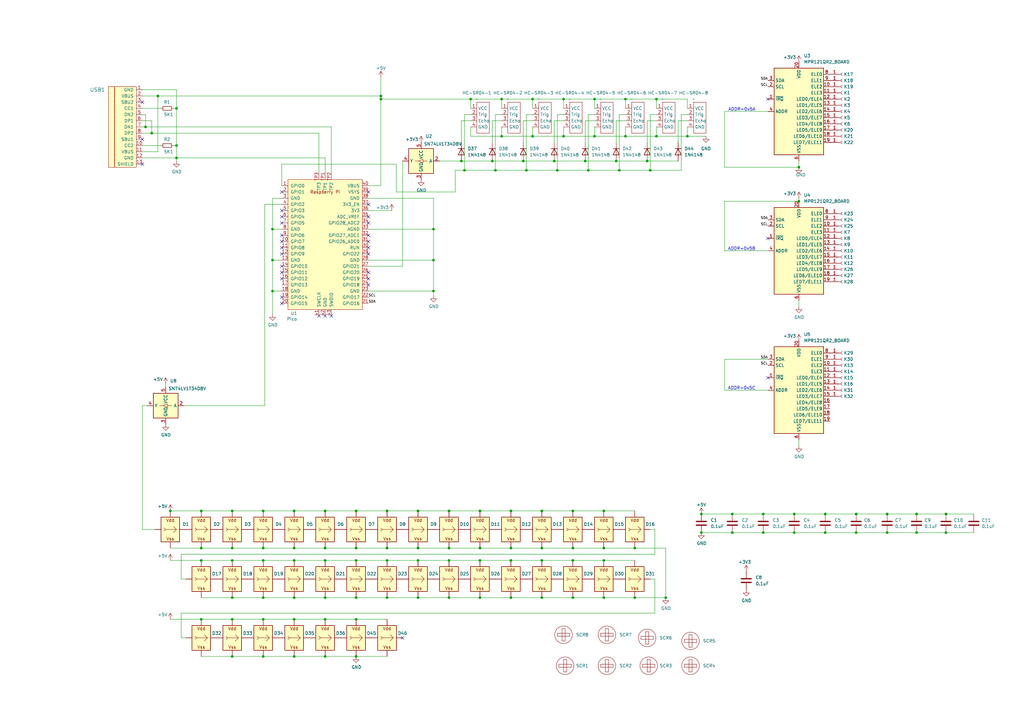
<source format=kicad_sch>
(kicad_sch (version 20231120) (generator "eeschema") (generator_version "8.0")
  (paper "A3")
  (junction (at 269.24 55.88))
  (junction (at 201.93 66.04))
  (junction (at 120.65 224.79))
  (junction (at 234.95 245.11))
  (junction (at 158.75 209.55))
  (junction (at 62.23 54.61))
  (junction (at 338.455 218.44))
  (junction (at 107.95 224.79))
  (junction (at 247.65 245.11))
  (junction (at 133.35 269.24))
  (junction (at 133.35 254))
  (junction (at 260.35 245.11))
  (junction (at 218.44 55.88))
  (junction (at 247.65 209.55))
  (junction (at 281.94 55.88))
  (junction (at 260.35 224.79))
  (junction (at 266.7 69.85))
  (junction (at 222.25 229.87))
  (junction (at 120.65 254))
  (junction (at 196.85 224.79))
  (junction (at 146.05 229.87))
  (junction (at 254 69.85))
  (junction (at 171.45 209.55))
  (junction (at 82.55 254))
  (junction (at 120.65 269.24))
  (junction (at 375.92 210.82))
  (junction (at 133.35 224.79))
  (junction (at 82.55 229.87))
  (junction (at 107.95 245.11))
  (junction (at 120.65 209.55))
  (junction (at 146.05 224.79))
  (junction (at 158.75 229.87))
  (junction (at 300.355 218.44))
  (junction (at 287.655 210.82))
  (junction (at 196.85 209.55))
  (junction (at 234.95 224.79))
  (junction (at 256.54 40.64))
  (junction (at 241.3 69.85))
  (junction (at 171.45 245.11))
  (junction (at 111.76 119.38))
  (junction (at 184.15 229.87))
  (junction (at 156.21 40.64))
  (junction (at 64.77 39.37))
  (junction (at 95.25 224.79))
  (junction (at 287.655 218.44))
  (junction (at 351.155 218.44))
  (junction (at 327.66 68.58))
  (junction (at 351.155 210.82))
  (junction (at 72.39 64.77))
  (junction (at 156.21 39.37))
  (junction (at 240.03 66.04))
  (junction (at 363.855 210.82))
  (junction (at 95.25 245.11))
  (junction (at 171.45 229.87))
  (junction (at 133.35 209.55))
  (junction (at 184.15 245.11))
  (junction (at 243.84 40.64))
  (junction (at 363.855 218.44))
  (junction (at 146.05 209.55))
  (junction (at 325.755 210.82))
  (junction (at 247.65 229.87))
  (junction (at 247.65 224.79))
  (junction (at 325.755 218.44))
  (junction (at 95.25 229.87))
  (junction (at 184.15 224.79))
  (junction (at 209.55 245.11))
  (junction (at 203.2 69.85))
  (junction (at 300.355 210.82))
  (junction (at 375.92 218.44))
  (junction (at 107.95 254))
  (junction (at 171.45 224.79))
  (junction (at 158.75 245.11))
  (junction (at 313.055 210.82))
  (junction (at 107.95 269.24))
  (junction (at 133.35 245.11))
  (junction (at 338.455 210.82))
  (junction (at 107.95 229.87))
  (junction (at 72.39 59.69))
  (junction (at 111.76 106.68))
  (junction (at 120.65 229.87))
  (junction (at 72.39 44.45))
  (junction (at 252.73 66.04))
  (junction (at 205.74 55.88))
  (junction (at 95.25 269.24))
  (junction (at 273.05 245.11))
  (junction (at 120.65 245.11))
  (junction (at 82.55 209.55))
  (junction (at 234.95 209.55))
  (junction (at 222.25 224.79))
  (junction (at 146.05 269.24))
  (junction (at 209.55 209.55))
  (junction (at 95.25 254))
  (junction (at 214.63 66.04))
  (junction (at 133.35 229.87))
  (junction (at 231.14 55.88))
  (junction (at 107.95 209.55))
  (junction (at 146.05 245.11))
  (junction (at 243.84 55.88))
  (junction (at 218.44 40.64))
  (junction (at 111.76 93.98))
  (junction (at 209.55 229.87))
  (junction (at 227.33 66.04))
  (junction (at 256.54 55.88))
  (junction (at 209.55 224.79))
  (junction (at 95.25 209.55))
  (junction (at 222.25 245.11))
  (junction (at 196.85 229.87))
  (junction (at 222.25 209.55))
  (junction (at 231.14 40.64))
  (junction (at 387.985 218.44))
  (junction (at 69.85 209.55))
  (junction (at 177.8 106.68))
  (junction (at 387.985 210.82))
  (junction (at 228.6 69.85))
  (junction (at 177.8 93.98))
  (junction (at 190.5 69.85))
  (junction (at 189.23 66.04))
  (junction (at 205.74 40.64))
  (junction (at 269.24 40.64))
  (junction (at 82.55 224.79))
  (junction (at 158.75 224.79))
  (junction (at 265.43 66.04))
  (junction (at 327.66 82.55))
  (junction (at 146.05 254))
  (junction (at 59.69 52.07))
  (junction (at 193.04 40.64))
  (junction (at 313.055 218.44))
  (junction (at 234.95 229.87))
  (junction (at 177.8 119.38))
  (junction (at 196.85 245.11))
  (junction (at 215.9 69.85))
  (junction (at 184.15 209.55))
  (no_connect (at 133.35 129.54))
  (no_connect (at 115.57 99.06))
  (no_connect (at 314.96 154.94))
  (no_connect (at 58.42 67.31))
  (no_connect (at 58.42 41.91))
  (no_connect (at 58.42 57.15))
  (no_connect (at 151.13 101.6))
  (no_connect (at 151.13 104.14))
  (no_connect (at 151.13 78.74))
  (no_connect (at 151.13 83.82))
  (no_connect (at 151.13 88.9))
  (no_connect (at 115.57 121.92))
  (no_connect (at 130.81 129.54))
  (no_connect (at 151.13 91.44))
  (no_connect (at 115.57 104.14))
  (no_connect (at 115.57 111.76))
  (no_connect (at 115.57 124.46))
  (no_connect (at 151.13 96.52))
  (no_connect (at 115.57 78.74))
  (no_connect (at 151.13 116.84))
  (no_connect (at 115.57 96.52))
  (no_connect (at 115.57 109.22))
  (no_connect (at 151.13 99.06))
  (no_connect (at 314.96 40.64))
  (no_connect (at 151.13 111.76))
  (no_connect (at 115.57 114.3))
  (no_connect (at 115.57 86.36))
  (no_connect (at 314.96 97.79))
  (no_connect (at 151.13 114.3))
  (no_connect (at 165.1 261.62))
  (no_connect (at 135.89 129.54))
  (no_connect (at 115.57 101.6))
  (no_connect (at 115.57 91.44))
  (no_connect (at 115.57 88.9))
  (wire (pts (xy 314.96 160.02) (xy 297.18 160.02)))
  (wire (pts (xy 327.66 125.73) (xy 327.66 123.19)))
  (wire (pts (xy 266.7 69.85) (xy 279.4 69.85)))
  (wire (pts (xy 72.39 36.83) (xy 72.39 44.45)))
  (wire (pts (xy 151.13 86.36) (xy 160.655 86.36)))
  (wire (pts (xy 146.05 254) (xy 158.75 254)))
  (wire (pts (xy 111.76 81.28) (xy 111.76 93.98)))
  (wire (pts (xy 189.23 66.04) (xy 201.93 66.04)))
  (wire (pts (xy 171.45 224.79) (xy 184.15 224.79)))
  (wire (pts (xy 222.25 224.79) (xy 234.95 224.79)))
  (wire (pts (xy 58.42 166.37) (xy 58.42 217.17)))
  (wire (pts (xy 151.13 119.38) (xy 177.8 119.38)))
  (wire (pts (xy 227.33 49.53) (xy 227.33 58.42)))
  (wire (pts (xy 269.24 52.07) (xy 269.24 55.88)))
  (wire (pts (xy 351.155 218.44) (xy 363.855 218.44)))
  (wire (pts (xy 58.42 52.07) (xy 59.69 52.07)))
  (wire (pts (xy 107.95 254) (xy 120.65 254)))
  (wire (pts (xy 247.65 209.55) (xy 260.35 209.55)))
  (wire (pts (xy 215.9 46.99) (xy 215.9 69.85)))
  (wire (pts (xy 64.77 62.23) (xy 64.77 39.37)))
  (wire (pts (xy 146.05 209.55) (xy 158.75 209.55)))
  (wire (pts (xy 177.8 81.28) (xy 177.8 93.98)))
  (wire (pts (xy 268.605 217.17) (xy 268.605 227.33)))
  (wire (pts (xy 69.85 229.87) (xy 82.55 229.87)))
  (wire (pts (xy 327.66 182.88) (xy 327.66 180.34)))
  (wire (pts (xy 268.605 227.33) (xy 74.295 227.33)))
  (wire (pts (xy 156.21 40.64) (xy 193.04 40.64)))
  (wire (pts (xy 95.25 224.79) (xy 107.95 224.79)))
  (wire (pts (xy 74.295 261.62) (xy 76.2 261.62)))
  (wire (pts (xy 196.85 224.79) (xy 209.55 224.79)))
  (wire (pts (xy 162.56 78.74) (xy 186.69 78.74)))
  (wire (pts (xy 266.7 217.17) (xy 268.605 217.17)))
  (wire (pts (xy 214.63 49.53) (xy 214.63 58.42)))
  (wire (pts (xy 240.03 66.04) (xy 252.73 66.04)))
  (wire (pts (xy 375.92 218.44) (xy 387.985 218.44)))
  (wire (pts (xy 278.13 58.42) (xy 278.13 49.53)))
  (wire (pts (xy 58.42 166.37) (xy 60.325 166.37)))
  (wire (pts (xy 234.95 209.55) (xy 247.65 209.55)))
  (wire (pts (xy 297.18 45.72) (xy 314.96 45.72)))
  (wire (pts (xy 297.18 147.32) (xy 314.96 147.32)))
  (wire (pts (xy 327.66 68.58) (xy 327.66 66.04)))
  (wire (pts (xy 205.74 40.64) (xy 205.74 44.45)))
  (wire (pts (xy 265.43 49.53) (xy 269.24 49.53)))
  (wire (pts (xy 95.25 254) (xy 107.95 254)))
  (wire (pts (xy 130.81 54.61) (xy 62.23 54.61)))
  (wire (pts (xy 186.69 69.85) (xy 186.69 78.74)))
  (wire (pts (xy 115.57 67.31) (xy 162.56 67.31)))
  (wire (pts (xy 222.25 229.87) (xy 234.95 229.87)))
  (wire (pts (xy 95.25 245.11) (xy 107.95 245.11)))
  (wire (pts (xy 107.95 269.24) (xy 120.65 269.24)))
  (wire (pts (xy 265.43 58.42) (xy 265.43 49.53)))
  (wire (pts (xy 254 69.85) (xy 266.7 69.85)))
  (wire (pts (xy 273.05 245.11) (xy 273.05 224.79)))
  (wire (pts (xy 201.93 66.04) (xy 214.63 66.04)))
  (wire (pts (xy 171.45 245.11) (xy 184.15 245.11)))
  (wire (pts (xy 203.2 46.99) (xy 203.2 69.85)))
  (wire (pts (xy 265.43 66.04) (xy 278.13 66.04)))
  (wire (pts (xy 196.85 229.87) (xy 209.55 229.87)))
  (wire (pts (xy 278.13 49.53) (xy 281.94 49.53)))
  (wire (pts (xy 252.73 49.53) (xy 256.54 49.53)))
  (wire (pts (xy 234.95 224.79) (xy 247.65 224.79)))
  (wire (pts (xy 269.24 40.64) (xy 269.24 44.45)))
  (wire (pts (xy 156.21 40.64) (xy 156.21 76.2)))
  (wire (pts (xy 107.95 245.11) (xy 120.65 245.11)))
  (wire (pts (xy 231.14 40.64) (xy 231.14 44.45)))
  (wire (pts (xy 107.95 229.87) (xy 120.65 229.87)))
  (wire (pts (xy 111.76 93.98) (xy 111.76 106.68)))
  (wire (pts (xy 177.8 119.38) (xy 177.8 121.285)))
  (wire (pts (xy 254 46.99) (xy 256.54 46.99)))
  (wire (pts (xy 260.35 224.79) (xy 273.05 224.79)))
  (wire (pts (xy 82.55 229.87) (xy 95.25 229.87)))
  (wire (pts (xy 297.18 102.87) (xy 297.18 82.55)))
  (wire (pts (xy 193.04 40.64) (xy 205.74 40.64)))
  (wire (pts (xy 201.93 49.53) (xy 205.74 49.53)))
  (wire (pts (xy 82.55 254) (xy 95.25 254)))
  (wire (pts (xy 133.35 224.79) (xy 146.05 224.79)))
  (wire (pts (xy 300.355 210.82) (xy 313.055 210.82)))
  (wire (pts (xy 228.6 69.85) (xy 241.3 69.85)))
  (wire (pts (xy 120.65 209.55) (xy 133.35 209.55)))
  (wire (pts (xy 266.7 46.99) (xy 266.7 69.85)))
  (wire (pts (xy 231.14 49.53) (xy 227.33 49.53)))
  (wire (pts (xy 133.35 209.55) (xy 146.05 209.55)))
  (wire (pts (xy 256.54 55.88) (xy 269.24 55.88)))
  (wire (pts (xy 254 69.85) (xy 254 46.99)))
  (wire (pts (xy 59.69 46.99) (xy 59.69 52.07)))
  (wire (pts (xy 240.03 58.42) (xy 240.03 49.53)))
  (wire (pts (xy 135.89 52.07) (xy 59.69 52.07)))
  (wire (pts (xy 313.055 218.44) (xy 325.755 218.44)))
  (wire (pts (xy 387.985 210.82) (xy 399.415 210.82)))
  (wire (pts (xy 203.2 69.85) (xy 215.9 69.85)))
  (wire (pts (xy 193.04 46.99) (xy 190.5 46.99)))
  (wire (pts (xy 95.25 269.24) (xy 107.95 269.24)))
  (wire (pts (xy 243.84 55.88) (xy 256.54 55.88)))
  (wire (pts (xy 218.44 40.64) (xy 231.14 40.64)))
  (wire (pts (xy 209.55 209.55) (xy 222.25 209.55)))
  (wire (pts (xy 171.45 229.87) (xy 184.15 229.87)))
  (wire (pts (xy 180.34 66.04) (xy 189.23 66.04)))
  (wire (pts (xy 209.55 229.87) (xy 222.25 229.87)))
  (wire (pts (xy 218.44 49.53) (xy 214.63 49.53)))
  (wire (pts (xy 58.42 64.77) (xy 72.39 64.77)))
  (wire (pts (xy 62.23 49.53) (xy 62.23 54.61)))
  (wire (pts (xy 146.05 245.11) (xy 158.75 245.11)))
  (wire (pts (xy 135.89 71.12) (xy 135.89 52.07)))
  (wire (pts (xy 281.94 40.64) (xy 281.94 44.45)))
  (wire (pts (xy 234.95 229.87) (xy 247.65 229.87)))
  (wire (pts (xy 256.54 52.07) (xy 256.54 55.88)))
  (wire (pts (xy 279.4 46.99) (xy 281.94 46.99)))
  (wire (pts (xy 133.35 71.12) (xy 133.35 64.77)))
  (wire (pts (xy 108.585 83.82) (xy 108.585 166.37)))
  (wire (pts (xy 82.55 209.55) (xy 95.25 209.55)))
  (wire (pts (xy 269.24 40.64) (xy 281.94 40.64)))
  (wire (pts (xy 120.65 224.79) (xy 133.35 224.79)))
  (wire (pts (xy 234.95 245.11) (xy 247.65 245.11)))
  (wire (pts (xy 222.25 245.11) (xy 234.95 245.11)))
  (wire (pts (xy 268.605 251.46) (xy 74.295 251.46)))
  (wire (pts (xy 281.94 52.07) (xy 281.94 55.88)))
  (wire (pts (xy 201.93 58.42) (xy 201.93 49.53)))
  (wire (pts (xy 205.74 46.99) (xy 203.2 46.99)))
  (wire (pts (xy 58.42 217.17) (xy 63.5 217.17)))
  (wire (pts (xy 363.855 218.44) (xy 375.92 218.44)))
  (wire (pts (xy 165.1 66.04) (xy 165.1 109.22)))
  (wire (pts (xy 287.655 218.44) (xy 300.355 218.44)))
  (wire (pts (xy 171.45 209.55) (xy 184.15 209.55)))
  (wire (pts (xy 252.73 58.42) (xy 252.73 49.53)))
  (wire (pts (xy 120.65 254) (xy 133.35 254)))
  (wire (pts (xy 74.295 237.49) (xy 76.2 237.49)))
  (wire (pts (xy 58.42 62.23) (xy 64.77 62.23)))
  (wire (pts (xy 231.14 46.99) (xy 228.6 46.99)))
  (wire (pts (xy 193.04 52.07) (xy 193.04 55.88)))
  (wire (pts (xy 64.77 39.37) (xy 156.21 39.37)))
  (wire (pts (xy 375.92 210.82) (xy 387.985 210.82)))
  (wire (pts (xy 269.24 55.88) (xy 281.94 55.88)))
  (wire (pts (xy 387.985 218.44) (xy 399.415 218.44)))
  (wire (pts (xy 58.42 54.61) (xy 62.23 54.61)))
  (wire (pts (xy 193.04 44.45) (xy 193.04 40.64)))
  (wire (pts (xy 95.25 209.55) (xy 107.95 209.55)))
  (wire (pts (xy 74.295 227.33) (xy 74.295 237.49)))
  (wire (pts (xy 146.05 269.24) (xy 158.75 269.24)))
  (wire (pts (xy 74.295 251.46) (xy 74.295 261.62)))
  (wire (pts (xy 243.84 52.07) (xy 243.84 55.88)))
  (wire (pts (xy 214.63 66.04) (xy 227.33 66.04)))
  (wire (pts (xy 151.13 109.22) (xy 165.1 109.22)))
  (wire (pts (xy 95.25 229.87) (xy 107.95 229.87)))
  (wire (pts (xy 58.42 59.69) (xy 66.04 59.69)))
  (wire (pts (xy 120.65 245.11) (xy 133.35 245.11)))
  (wire (pts (xy 256.54 40.64) (xy 256.54 44.45)))
  (wire (pts (xy 252.73 66.04) (xy 265.43 66.04)))
  (wire (pts (xy 107.95 224.79) (xy 120.65 224.79)))
  (wire (pts (xy 146.05 229.87) (xy 158.75 229.87)))
  (wire (pts (xy 130.81 71.12) (xy 130.81 54.61)))
  (wire (pts (xy 111.76 106.68) (xy 111.76 119.38)))
  (wire (pts (xy 300.355 218.44) (xy 313.055 218.44)))
  (wire (pts (xy 58.42 44.45) (xy 66.04 44.45)))
  (wire (pts (xy 218.44 40.64) (xy 218.44 44.45)))
  (wire (pts (xy 313.055 210.82) (xy 325.755 210.82)))
  (wire (pts (xy 107.95 209.55) (xy 120.65 209.55)))
  (wire (pts (xy 115.57 76.2) (xy 115.57 67.31)))
  (wire (pts (xy 205.74 55.88) (xy 218.44 55.88)))
  (wire (pts (xy 327.66 81.28) (xy 327.66 82.55)))
  (wire (pts (xy 247.65 224.79) (xy 260.35 224.79)))
  (wire (pts (xy 72.39 59.69) (xy 71.12 59.69)))
  (wire (pts (xy 218.44 55.88) (xy 231.14 55.88)))
  (wire (pts (xy 133.35 64.77) (xy 72.39 64.77)))
  (wire (pts (xy 82.55 269.24) (xy 95.25 269.24)))
  (wire (pts (xy 240.03 49.53) (xy 243.84 49.53)))
  (wire (pts (xy 120.65 269.24) (xy 133.35 269.24)))
  (wire (pts (xy 266.7 237.49) (xy 268.605 237.49)))
  (wire (pts (xy 196.85 245.11) (xy 209.55 245.11)))
  (wire (pts (xy 58.42 36.83) (xy 72.39 36.83)))
  (wire (pts (xy 82.55 245.11) (xy 95.25 245.11)))
  (wire (pts (xy 58.42 39.37) (xy 64.77 39.37)))
  (wire (pts (xy 268.605 237.49) (xy 268.605 251.46)))
  (wire (pts (xy 184.15 224.79) (xy 196.85 224.79)))
  (wire (pts (xy 184.15 229.87) (xy 196.85 229.87)))
  (wire (pts (xy 338.455 218.44) (xy 351.155 218.44)))
  (wire (pts (xy 133.35 254) (xy 146.05 254)))
  (wire (pts (xy 186.69 69.85) (xy 190.5 69.85)))
  (wire (pts (xy 158.75 209.55) (xy 171.45 209.55)))
  (wire (pts (xy 205.74 55.88) (xy 205.74 52.07)))
  (wire (pts (xy 115.57 81.28) (xy 111.76 81.28)))
  (wire (pts (xy 297.18 160.02) (xy 297.18 147.32)))
  (wire (pts (xy 111.76 119.38) (xy 115.57 119.38)))
  (wire (pts (xy 279.4 69.85) (xy 279.4 46.99)))
  (wire (pts (xy 177.8 106.68) (xy 177.8 119.38)))
  (wire (pts (xy 297.18 82.55) (xy 327.66 82.55)))
  (wire (pts (xy 269.24 46.99) (xy 266.7 46.99)))
  (wire (pts (xy 215.9 69.85) (xy 228.6 69.85)))
  (wire (pts (xy 69.85 254) (xy 82.55 254)))
  (wire (pts (xy 146.05 224.79) (xy 158.75 224.79)))
  (wire (pts (xy 158.75 224.79) (xy 171.45 224.79)))
  (wire (pts (xy 297.18 45.72) (xy 297.18 68.58)))
  (wire (pts (xy 189.23 49.53) (xy 193.04 49.53)))
  (wire (pts (xy 133.35 269.24) (xy 146.05 269.24)))
  (wire (pts (xy 151.13 81.28) (xy 177.8 81.28)))
  (wire (pts (xy 120.65 229.87) (xy 133.35 229.87)))
  (wire (pts (xy 338.455 210.82) (xy 351.155 210.82)))
  (wire (pts (xy 158.75 229.87) (xy 171.45 229.87)))
  (wire (pts (xy 190.5 69.85) (xy 203.2 69.85)))
  (wire (pts (xy 151.13 106.68) (xy 177.8 106.68)))
  (wire (pts (xy 133.35 229.87) (xy 146.05 229.87)))
  (wire (pts (xy 67.945 157.48) (xy 67.945 158.75)))
  (wire (pts (xy 72.39 44.45) (xy 72.39 59.69)))
  (wire (pts (xy 133.35 245.11) (xy 146.05 245.11)))
  (wire (pts (xy 82.55 224.79) (xy 95.25 224.79)))
  (wire (pts (xy 177.8 93.98) (xy 177.8 106.68)))
  (wire (pts (xy 243.84 40.64) (xy 243.84 44.45)))
  (wire (pts (xy 196.85 209.55) (xy 209.55 209.55)))
  (wire (pts (xy 162.56 67.31) (xy 162.56 78.74)))
  (wire (pts (xy 72.39 64.77) (xy 72.39 66.04)))
  (wire (pts (xy 325.755 218.44) (xy 338.455 218.44)))
  (wire (pts (xy 247.65 229.87) (xy 260.35 229.87)))
  (wire (pts (xy 231.14 40.64) (xy 243.84 40.64)))
  (wire (pts (xy 314.96 102.87) (xy 297.18 102.87)))
  (wire (pts (xy 297.18 68.58) (xy 327.66 68.58)))
  (wire (pts (xy 184.15 245.11) (xy 196.85 245.11)))
  (wire (pts (xy 151.13 93.98) (xy 177.8 93.98)))
  (wire (pts (xy 209.55 224.79) (xy 222.25 224.79)))
  (wire (pts (xy 247.65 245.11) (xy 260.35 245.11)))
  (wire (pts (xy 260.35 245.11) (xy 273.05 245.11)))
  (wire (pts (xy 184.15 209.55) (xy 196.85 209.55)))
  (wire (pts (xy 156.21 31.75) (xy 156.21 39.37)))
  (wire (pts (xy 243.84 40.64) (xy 256.54 40.64)))
  (wire (pts (xy 189.23 58.42) (xy 189.23 49.53)))
  (wire (pts (xy 158.75 245.11) (xy 171.45 245.11)))
  (wire (pts (xy 228.6 46.99) (xy 228.6 69.85)))
  (wire (pts (xy 58.42 49.53) (xy 62.23 49.53)))
  (wire (pts (xy 72.39 59.69) (xy 72.39 64.77)))
  (wire (pts (xy 209.55 245.11) (xy 222.25 245.11)))
  (wire (pts (xy 256.54 40.64) (xy 269.24 40.64)))
  (wire (pts (xy 363.855 210.82) (xy 375.92 210.82)))
  (wire (pts (xy 222.25 209.55) (xy 234.95 209.55)))
  (wire (pts (xy 287.655 210.82) (xy 300.355 210.82)))
  (wire (pts (xy 58.42 46.99) (xy 59.69 46.99)))
  (wire (pts (xy 241.3 69.85) (xy 254 69.85)))
  (wire (pts (xy 111.76 93.98) (xy 115.57 93.98)))
  (wire (pts (xy 72.39 44.45) (xy 71.12 44.45)))
  (wire (pts (xy 69.85 224.79) (xy 82.55 224.79)))
  (wire (pts (xy 227.33 66.04) (xy 240.03 66.04)))
  (wire (pts (xy 151.13 76.2) (xy 156.21 76.2)))
  (wire (pts (xy 241.3 69.85) (xy 241.3 46.99)))
  (wire (pts (xy 75.565 166.37) (xy 108.585 166.37)))
  (wire (pts (xy 218.44 52.07) (xy 218.44 55.88)))
  (wire (pts (xy 69.85 209.55) (xy 82.55 209.55)))
  (wire (pts (xy 241.3 46.99) (xy 243.84 46.99)))
  (wire (pts (xy 190.5 46.99) (xy 190.5 69.85)))
  (wire (pts (xy 156.21 39.37) (xy 156.21 40.64)))
  (wire (pts (xy 205.74 40.64) (xy 218.44 40.64)))
  (wire (pts (xy 111.76 119.38) (xy 111.76 128.905)))
  (wire (pts (xy 193.04 55.88) (xy 205.74 55.88)))
  (wire (pts (xy 111.76 106.68) (xy 115.57 106.68)))
  (wire (pts (xy 231.14 55.88) (xy 243.84 55.88)))
  (wire (pts (xy 325.755 210.82) (xy 338.455 210.82)))
  (wire (pts (xy 218.44 46.99) (xy 215.9 46.99)))
  (wire (pts (xy 115.57 83.82) (xy 108.585 83.82)))
  (wire (pts (xy 281.94 55.88) (xy 289.56 55.88)))
  (wire (pts (xy 351.155 210.82) (xy 363.855 210.82)))
  (wire (pts (xy 231.14 52.07) (xy 231.14 55.88)))
  (text "ADDR=0x5C" (at 309.88 160.02 0) (effects (font (size 1.27 1.27)) (justify right bottom)))
  (text "ADDR=0x5A" (at 309.88 45.72 0) (effects (font (size 1.27 1.27)) (justify right bottom)))
  (text "ADDR=0x5B" (at 309.88 102.87 0) (effects (font (size 1.27 1.27)) (justify right bottom)))
  (label "SCL" (at 314.96 149.86 180) (effects (font (size 1 1))))
  (label "SCL" (at 314.96 35.56 180) (effects (font (size 1 1))))
  (label "SDA" (at 314.96 147.32 180) (effects (font (size 1 1))))
  (label "SDA" (at 314.96 90.17 180) (effects (font (size 1 1))))
  (label "SCL" (at 151.13 121.92 0) (effects (font (size 1 1))))
  (label "SDA" (at 151.13 124.46 0) (effects (font (size 1 1))))
  (label "SCL" (at 314.96 92.71 180) (effects (font (size 1 1))))
  (label "SDA" (at 314.96 33.02 180) (effects (font (size 1 1))))
  (symbol (lib_id "MCU_RaspberryPi_and_Boards:Pico") (at 133.35 100.33 0) (unit 1)
    (property "Reference" "U1" (at 121.92 128.4986 0) (effects (justify right)))
    (property "Value" "Pico" (at 121.92 130.81 0) (effects (justify right)))
    (property "Footprint" "chu_main:RPi_Pico_SMD_Pins_Strip" (effects (hide yes)))
  )
  (symbol (lib_id "Type-C:HRO-TYPE-C-31-M-12") (at 55.88 50.8 0) (unit 1)
    (property "Reference" "USB1" (at 36.83 36.83 0) (effects (font (size 1.524 1.524)) (justify left)))
    (property "Value" "U262-161N-4BVC11" (effects (hide yes)))
    (property "Footprint" "Type-C:HRO-TYPE-C-31-M-12-Assembly" (effects (hide yes)))
    (property "LCSC" "C319148" (effects (hide yes)))
  )
  (symbol (lib_id "power:GND") (at 72.39 66.04 0) (unit 1)
    (property "Reference" "#PWR0112" (effects (hide yes)))
    (property "Value" "GND" (at 72.517 70.4342 0))
  )
  (symbol (lib_id "power:+5V") (at 156.21 31.75 0) (unit 1)
    (property "Reference" "#PWR0114" (effects (hide yes)))
    (property "Value" "+5V" (at 156.21 27.94 0))
  )
  (symbol (lib_id "Device:R_Small") (at 68.58 59.69 90) (unit 1)
    (property "Reference" "R2" (at 69.85 57.15 90) (effects (justify left)))
    (property "Value" "5K1" (at 71.12 62.23 90) (effects (justify left)))
    (property "Footprint" "Resistor_SMD:R_0603_1608Metric" (effects (hide yes)))
    (property "LCSC" "C23186" (effects (hide yes)))
  )
  (symbol (lib_id "Device:R_Small") (at 68.58 44.45 90) (unit 1)
    (property "Reference" "R1" (at 69.85 41.91 90) (effects (justify left)))
    (property "Value" "5K1" (at 71.12 46.99 90) (effects (justify left)))
    (property "Footprint" "Resistor_SMD:R_0603_1608Metric" (effects (hide yes)))
    (property "LCSC" "C23186" (effects (hide yes)))
  )
  (symbol (lib_id "Connector:Conn_01x01_Female") (at 345.44 105.41 0) (unit 1)
    (property "Reference" "K11" (at 346.075 105.4099 0) (effects (justify left)))
    (property "Value" "Conn_01x01_Female" (effects (hide yes)))
    (property "Footprint" "chu_main:Chu_TouchKey" (effects (hide yes)))
  )
  (symbol (lib_id "chu_main:WS2812B_Unified") (at 82.55 261.62 0) (unit 1)
    (property "Reference" "D32" (at 88.9 259.715 0))
    (property "Value" "WS2812B_Unified" (effects (hide yes)))
    (property "Footprint" "chu_main:WS2812D-F5" (effects (hide yes)))
  )
  (symbol (lib_id "Connector:Conn_01x01_Female") (at 345.44 43.18 0) (unit 1)
    (property "Reference" "K3" (at 346.075 43.1799 0) (effects (justify left)))
    (property "Value" "Conn_01x01_Female" (effects (hide yes)))
    (property "Footprint" "chu_main:Chu_TouchKey" (effects (hide yes)))
  )
  (symbol (lib_id "chu_main:HC-SR04") (at 284.48 40.64 0) (unit 1)
    (property "Reference" "HC-SR04-8" (at 284.48 38.1 0))
    (property "Value" "~" (at 284.48 40.64 0))
    (property "Footprint" "HC-SR04:HC-SR04" (effects (hide yes)))
  )
  (symbol (lib_id "power:GND") (at 327.66 68.58 0) (unit 1)
    (property "Reference" "#PWR0122" (effects (hide yes)))
    (property "Value" "GND" (at 328.422 71.7042 0))
  )
  (symbol (lib_name "HC-SR04_1") (lib_id "chu_main:HC-SR04") (at 195.58 40.64 0) (unit 1)
    (property "Reference" "HC-SR04-1" (at 195.58 38.1 0))
    (property "Value" "~" (at 195.58 40.64 0))
    (property "Footprint" "HC-SR04:HC-SR04" (effects (hide yes)))
  )
  (symbol (lib_id "chu_main:HC-SR04") (at 271.78 40.64 0) (unit 1)
    (property "Reference" "HC-SR04-7" (at 271.78 38.1 0))
    (property "Value" "~" (at 271.78 40.64 0))
    (property "Footprint" "HC-SR04:HC-SR04" (effects (hide yes)))
  )
  (symbol (lib_id "Connector:Conn_01x01_Female") (at 345.44 162.56 0) (unit 1)
    (property "Reference" "K32" (at 346.075 162.56 0) (effects (justify left)))
    (property "Value" "Conn_01x01_Female" (effects (hide yes)))
    (property "Footprint" "chu_main:Chu_TouchKey" (effects (hide yes)))
  )
  (symbol (lib_id "chu_main:WS2812B_Unified") (at 82.55 237.49 0) (unit 1)
    (property "Reference" "D17" (at 88.9 235.331 0))
    (property "Value" "WS2812B_Unified" (effects (hide yes)))
    (property "Footprint" "chu_main:WS2812D-F5" (effects (hide yes)))
  )
  (symbol (lib_id "chu_main:WS2812B_Unified") (at 120.65 237.49 0) (unit 1)
    (property "Reference" "D20" (at 127 235.331 0))
    (property "Value" "WS2812B_Unified" (effects (hide yes)))
    (property "Footprint" "chu_main:WS2812D-F5" (effects (hide yes)))
  )
  (symbol (lib_id "Device:C") (at 325.755 214.63 0) (unit 1)
    (property "Reference" "C4" (at 329.565 213.3599 0) (effects (justify left)))
    (property "Value" "0.1uF" (at 329.565 215.8999 0) (effects (justify left)))
    (property "Footprint" "Capacitor_SMD:C_0603_1608Metric_Pad1.08x0.95mm_HandSolder" (effects (hide yes)))
  )
  (symbol (lib_id "chu_main:WS2812B_Unified") (at 146.05 217.17 0) (unit 1)
    (property "Reference" "D7" (at 152.4 215.011 0))
    (property "Value" "WS2812B_Unified" (effects (hide yes)))
    (property "Footprint" "chu_main:WS2812D-F5" (effects (hide yes)))
  )
  (symbol (lib_id "Connector:Conn_01x01_Female") (at 345.44 152.4 0) (unit 1)
    (property "Reference" "K14" (at 346.075 152.4 0) (effects (justify left)))
    (property "Value" "Conn_01x01_Female" (effects (hide yes)))
    (property "Footprint" "chu_main:Chu_TouchKey" (effects (hide yes)))
  )
  (symbol (lib_id "Device:C") (at 313.055 214.63 0) (unit 1)
    (property "Reference" "C3" (at 316.865 213.3599 0) (effects (justify left)))
    (property "Value" "0.1uF" (at 316.865 215.8999 0) (effects (justify left)))
    (property "Footprint" "Capacitor_SMD:C_0603_1608Metric_Pad1.08x0.95mm_HandSolder" (effects (hide yes)))
  )
  (symbol (lib_id "Connector:Conn_01x01_Female") (at 345.44 144.78 0) (unit 1)
    (property "Reference" "K29" (at 346.075 144.78 0) (effects (justify left)))
    (property "Value" "Conn_01x01_Female" (effects (hide yes)))
    (property "Footprint" "chu_main:Chu_TouchKey" (effects (hide yes)))
  )
  (symbol (lib_id "chu_main:WS2812B_Unified") (at 133.35 237.49 0) (unit 1)
    (property "Reference" "D21" (at 139.7 235.331 0))
    (property "Value" "WS2812B_Unified" (effects (hide yes)))
    (property "Footprint" "chu_main:WS2812D-F5" (effects (hide yes)))
  )
  (symbol (lib_id "Diode:1N4148") (at 189.23 62.23 270) (unit 1)
    (property "Reference" "D37" (at 191.77 60.9599 90) (effects (justify left)))
    (property "Value" "1N4148" (at 191.77 63.4999 90) (effects (justify left)))
    (property "Footprint" "Diode_THT:D_DO-35_SOD27_P7.62mm_Horizontal" (effects (hide yes)))
    (property "Datasheet" "https://assets.nexperia.com/documents/data-sheet/1N4148_1N4448.pdf" (effects (hide yes)))
    (property "Description" "100V 0.15A standard switching diode, DO-35" (effects (hide yes)))
    (property "Sim.Device" "D" (effects (hide yes)))
    (property "Sim.Pins" "1=K 2=A" (effects (hide yes)))
  )
  (symbol (lib_id "chu_main:WS2812B_Unified") (at 146.05 261.62 0) (unit 1)
    (property "Reference" "D45" (at 152.4 259.715 0))
    (property "Value" "WS2812B_Unified" (effects (hide yes)))
    (property "Footprint" "chu_main:WS2812D-F5" (effects (hide yes)))
  )
  (symbol (lib_id "chu_main:WS2812B_Unified") (at 120.65 261.62 0) (unit 1)
    (property "Reference" "D35" (at 127 259.715 0))
    (property "Value" "WS2812B_Unified" (effects (hide yes)))
    (property "Footprint" "chu_main:WS2812D-F5" (effects (hide yes)))
  )
  (symbol (lib_id "chu_main:WS2812B_Unified") (at 171.45 217.17 0) (unit 1)
    (property "Reference" "D9" (at 177.8 215.011 0))
    (property "Value" "WS2812B_Unified" (effects (hide yes)))
    (property "Footprint" "chu_main:WS2812D-F5" (effects (hide yes)))
  )
  (symbol (lib_id "chu_main:WS2812B_Unified") (at 69.85 217.17 0) (unit 1)
    (property "Reference" "D1" (at 76.2 215.011 0))
    (property "Value" "WS2812B_Unified" (effects (hide yes)))
    (property "Footprint" "chu_main:WS2812D-F5" (effects (hide yes)))
  )
  (symbol (lib_id "Connector:Conn_01x01_Female") (at 345.44 147.32 0) (unit 1)
    (property "Reference" "K30" (at 346.075 147.32 0) (effects (justify left)))
    (property "Value" "Conn_01x01_Female" (effects (hide yes)))
    (property "Footprint" "chu_main:Chu_TouchKey" (effects (hide yes)))
  )
  (symbol (lib_id "Connector:Conn_01x01_Female") (at 345.44 38.1 0) (unit 1)
    (property "Reference" "K1" (at 346.075 38.0999 0) (effects (justify left)))
    (property "Value" "Conn_01x01_Female" (effects (hide yes)))
    (property "Footprint" "chu_main:Chu_TouchKey" (effects (hide yes)))
  )
  (symbol (lib_id "power:+3V3") (at 306.07 234.315 0) (unit 1)
    (property "Reference" "#PWR0105" (effects (hide yes)))
    (property "Value" "+3V3" (at 305.435 230.505 0))
  )
  (symbol (lib_id "power:GND") (at 306.07 241.935 0) (unit 1)
    (property "Reference" "#PWR0116" (effects (hide yes)))
    (property "Value" "GND" (at 306.197 246.3292 0))
  )
  (symbol (lib_id "power:GND") (at 172.72 73.66 0) (unit 1)
    (property "Reference" "#PWR03" (effects (hide yes)))
    (property "Value" "GND" (at 172.847 78.0542 0))
  )
  (symbol (lib_id "Connector:Conn_01x01_Female") (at 345.44 95.25 0) (unit 1)
    (property "Reference" "K7" (at 346.075 95.2499 0) (effects (justify left)))
    (property "Value" "Conn_01x01_Female" (effects (hide yes)))
    (property "Footprint" "chu_main:Chu_TouchKey" (effects (hide yes)))
  )
  (symbol (lib_id "chu_main:WS2812B_Unified") (at 184.15 237.49 0) (unit 1)
    (property "Reference" "D25" (at 190.5 235.331 0))
    (property "Value" "WS2812B_Unified" (effects (hide yes)))
    (property "Footprint" "chu_main:WS2812D-F5" (effects (hide yes)))
  )
  (symbol (lib_id "Diode:1N4148") (at 252.73 62.23 270) (unit 1)
    (property "Reference" "D42" (at 255.27 60.9599 90) (effects (justify left)))
    (property "Value" "1N4148" (at 255.27 63.4999 90) (effects (justify left)))
    (property "Footprint" "Diode_THT:D_DO-35_SOD27_P7.62mm_Horizontal" (effects (hide yes)))
    (property "Datasheet" "https://assets.nexperia.com/documents/data-sheet/1N4148_1N4448.pdf" (effects (hide yes)))
    (property "Description" "100V 0.15A standard switching diode, DO-35" (effects (hide yes)))
    (property "Sim.Device" "D" (effects (hide yes)))
    (property "Sim.Pins" "1=K 2=A" (effects (hide yes)))
  )
  (symbol (lib_id "chu_main:WS2812B_Unified") (at 222.25 237.49 0) (unit 1)
    (property "Reference" "D28" (at 228.6 235.331 0))
    (property "Value" "WS2812B_Unified" (effects (hide yes)))
    (property "Footprint" "chu_main:WS2812D-F5" (effects (hide yes)))
  )
  (symbol (lib_id "power:+5V") (at 69.85 254 0) (unit 1)
    (property "Reference" "#PWR0115" (effects (hide yes)))
    (property "Value" "+5V" (at 66.675 252.095 0))
  )
  (symbol (lib_id "power:GND") (at 111.76 128.905 0) (unit 1)
    (property "Reference" "#PWR0125" (effects (hide yes)))
    (property "Value" "GND" (at 111.887 133.2992 0))
  )
  (symbol (lib_id "power:GND") (at 177.8 121.285 0) (unit 1)
    (property "Reference" "#PWR0103" (effects (hide yes)))
    (property "Value" "GND" (at 177.927 125.6792 0))
  )
  (symbol (lib_id "power:+5V") (at 67.945 157.48 0) (unit 1)
    (property "Reference" "#PWR0117" (effects (hide yes)))
    (property "Value" "+5V" (at 64.77 155.575 0))
  )
  (symbol (lib_id "Connector:Conn_01x01_Female") (at 345.44 160.02 0) (unit 1)
    (property "Reference" "K31" (at 346.075 160.02 0) (effects (justify left)))
    (property "Value" "Conn_01x01_Female" (effects (hide yes)))
    (property "Footprint" "chu_main:Chu_TouchKey" (effects (hide yes)))
  )
  (symbol (lib_id "chu_main:WS2812B_Unified") (at 107.95 237.49 0) (unit 1)
    (property "Reference" "D19" (at 114.3 235.331 0))
    (property "Value" "WS2812B_Unified" (effects (hide yes)))
    (property "Footprint" "chu_main:WS2812D-F5" (effects (hide yes)))
  )
  (symbol (lib_id "chu_main:WS2812B_Unified") (at 184.15 217.17 0) (unit 1)
    (property "Reference" "D10" (at 190.5 215.011 0))
    (property "Value" "WS2812B_Unified" (effects (hide yes)))
    (property "Footprint" "chu_main:WS2812D-F5" (effects (hide yes)))
  )
  (symbol (lib_id "chu_main:WS2812B_Unified") (at 222.25 217.17 0) (unit 1)
    (property "Reference" "D13" (at 228.6 215.011 0))
    (property "Value" "WS2812B_Unified" (effects (hide yes)))
    (property "Footprint" "chu_main:WS2812D-F5" (effects (hide yes)))
  )
  (symbol (lib_id "chu_main:HC-SR04") (at 259.08 40.64 0) (unit 1)
    (property "Reference" "HC-SR04-6" (at 259.08 38.1 0))
    (property "Value" "~" (at 259.08 40.64 0))
    (property "Footprint" "HC-SR04:HC-SR04" (effects (hide yes)))
  )
  (symbol (lib_id "Device:C") (at 306.07 238.125 0) (unit 1)
    (property "Reference" "C8" (at 309.88 236.8549 0) (effects (justify left)))
    (property "Value" "0.1uF" (at 309.88 239.3949 0) (effects (justify left)))
    (property "Footprint" "Capacitor_SMD:C_0603_1608Metric_Pad1.08x0.95mm_HandSolder" (effects (hide yes)))
  )
  (symbol (lib_id "Diode:1N4148") (at 265.43 62.23 270) (unit 1)
    (property "Reference" "D43" (at 267.97 60.9599 90) (effects (justify left)))
    (property "Value" "1N4148" (at 267.97 63.4999 90) (effects (justify left)))
    (property "Footprint" "Diode_THT:D_DO-35_SOD27_P7.62mm_Horizontal" (effects (hide yes)))
    (property "Datasheet" "https://assets.nexperia.com/documents/data-sheet/1N4148_1N4448.pdf" (effects (hide yes)))
    (property "Description" "100V 0.15A standard switching diode, DO-35" (effects (hide yes)))
    (property "Sim.Device" "D" (effects (hide yes)))
    (property "Sim.Pins" "1=K 2=A" (effects (hide yes)))
  )
  (symbol (lib_id "Connector:Conn_01x01_Female") (at 345.44 113.03 0) (unit 1)
    (property "Reference" "K27" (at 346.075 113.03 0) (effects (justify left)))
    (property "Value" "Conn_01x01_Female" (effects (hide yes)))
    (property "Footprint" "chu_main:Chu_TouchKey" (effects (hide yes)))
  )
  (symbol (lib_id "power:GND") (at 327.66 182.88 0) (unit 1)
    (property "Reference" "#PWR0119" (effects (hide yes)))
    (property "Value" "GND" (at 327.787 187.2742 0))
  )
  (symbol (lib_id "Device:C") (at 363.855 214.63 0) (unit 1)
    (property "Reference" "C7" (at 367.03 213.3599 0) (effects (justify left)))
    (property "Value" "0.1uF" (at 367.03 215.8999 0) (effects (justify left)))
    (property "Footprint" "Capacitor_SMD:C_0603_1608Metric_Pad1.08x0.95mm_HandSolder" (effects (hide yes)))
  )
  (symbol (lib_id "iidx_teeny:ScrewHole") (at 248.92 273.05 0) (unit 1)
    (property "Reference" "SCR2" (at 254 273.0499 0) (effects (justify left)))
    (property "Value" "ScrewHole" (effects (hide yes)))
    (property "Footprint" "chu_main:MountingHole_3.2mm_M3" (effects (hide yes)))
  )
  (symbol (lib_id "iidx_teeny:ScrewHole") (at 231.14 260.35 0) (unit 1)
    (property "Reference" "SCR8" (at 236.22 260.3499 0) (effects (justify left)))
    (property "Value" "ScrewHole" (effects (hide yes)))
    (property "Footprint" "chu_main:MountingHole_3.2mm_M3" (effects (hide yes)))
  )
  (symbol (lib_id "Connector:Conn_01x01_Female") (at 345.44 35.56 0) (unit 1)
    (property "Reference" "K19" (at 346.075 35.56 0) (effects (justify left)))
    (property "Value" "Conn_01x01_Female" (effects (hide yes)))
    (property "Footprint" "chu_main:Chu_TouchKey" (effects (hide yes)))
  )
  (symbol (lib_id "Connector:Conn_01x01_Female") (at 345.44 50.8 0) (unit 1)
    (property "Reference" "K6" (at 346.075 50.8 0) (effects (justify left)))
    (property "Value" "Conn_01x01_Female" (effects (hide yes)))
    (property "Footprint" "chu_main:Chu_TouchKey" (effects (hide yes)))
  )
  (symbol (lib_id "Diode:1N4148") (at 240.03 62.23 270) (unit 1)
    (property "Reference" "D41" (at 242.57 60.9599 90) (effects (justify left)))
    (property "Value" "1N4148" (at 242.57 63.4999 90) (effects (justify left)))
    (property "Footprint" "Diode_THT:D_DO-35_SOD27_P7.62mm_Horizontal" (effects (hide yes)))
    (property "Datasheet" "https://assets.nexperia.com/documents/data-sheet/1N4148_1N4448.pdf" (effects (hide yes)))
    (property "Description" "100V 0.15A standard switching diode, DO-35" (effects (hide yes)))
    (property "Sim.Device" "D" (effects (hide yes)))
    (property "Sim.Pins" "1=K 2=A" (effects (hide yes)))
  )
  (symbol (lib_id "chu_main:WS2812B_Unified") (at 196.85 237.49 0) (unit 1)
    (property "Reference" "D26" (at 203.2 235.331 0))
    (property "Value" "WS2812B_Unified" (effects (hide yes)))
    (property "Footprint" "chu_main:WS2812D-F5" (effects (hide yes)))
  )
  (symbol (lib_id "power:GND") (at 67.945 173.99 0) (unit 1)
    (property "Reference" "#PWR0113" (effects (hide yes)))
    (property "Value" "GND" (at 68.072 178.3842 0))
  )
  (symbol (lib_id "Connector:Conn_01x01_Female") (at 345.44 154.94 0) (unit 1)
    (property "Reference" "K15" (at 346.075 154.94 0) (effects (justify left)))
    (property "Value" "Conn_01x01_Female" (effects (hide yes)))
    (property "Footprint" "chu_main:Chu_TouchKey" (effects (hide yes)))
  )
  (symbol (lib_id "chu_main:WS2812B_Unified") (at 196.85 217.17 0) (unit 1)
    (property "Reference" "D11" (at 203.2 215.011 0))
    (property "Value" "WS2812B_Unified" (effects (hide yes)))
    (property "Footprint" "chu_main:WS2812D-F5" (effects (hide yes)))
  )
  (symbol (lib_id "chu_main:WS2812B_Unified") (at 171.45 237.49 0) (unit 1)
    (property "Reference" "D24" (at 177.8 235.331 0))
    (property "Value" "WS2812B_Unified" (effects (hide yes)))
    (property "Footprint" "chu_main:WS2812D-F5" (effects (hide yes)))
  )
  (symbol (lib_id "power:GND") (at 327.66 125.73 0) (unit 1)
    (property "Reference" "#PWR0120" (effects (hide yes)))
    (property "Value" "GND" (at 327.787 130.1242 0))
  )
  (symbol (lib_id "chu_main:WS2812B_Unified") (at 209.55 217.17 0) (unit 1)
    (property "Reference" "D12" (at 215.9 215.011 0))
    (property "Value" "WS2812B_Unified" (effects (hide yes)))
    (property "Footprint" "chu_main:WS2812D-F5" (effects (hide yes)))
  )
  (symbol (lib_id "Device:C") (at 338.455 214.63 0) (unit 1)
    (property "Reference" "C5" (at 342.265 213.3599 0) (effects (justify left)))
    (property "Value" "0.1uF" (at 342.265 215.8999 0) (effects (justify left)))
    (property "Footprint" "Capacitor_SMD:C_0603_1608Metric_Pad1.08x0.95mm_HandSolder" (effects (hide yes)))
  )
  (symbol (lib_id "chu_main:WS2812B_Unified") (at 107.95 261.62 0) (unit 1)
    (property "Reference" "D34" (at 114.3 259.715 0))
    (property "Value" "WS2812B_Unified" (effects (hide yes)))
    (property "Footprint" "chu_main:WS2812D-F5" (effects (hide yes)))
  )
  (symbol (lib_id "Connector:Conn_01x01_Female") (at 345.44 48.26 0) (unit 1)
    (property "Reference" "K5" (at 346.075 48.2599 0) (effects (justify left)))
    (property "Value" "Conn_01x01_Female" (effects (hide yes)))
    (property "Footprint" "chu_main:Chu_TouchKey" (effects (hide yes)))
  )
  (symbol (lib_id "Device:C") (at 351.155 214.63 0) (unit 1)
    (property "Reference" "C6" (at 354.33 213.3599 0) (effects (justify left)))
    (property "Value" "0.1uF" (at 354.33 215.8999 0) (effects (justify left)))
    (property "Footprint" "Capacitor_SMD:C_0603_1608Metric_Pad1.08x0.95mm_HandSolder" (effects (hide yes)))
  )
  (symbol (lib_id "Connector:Conn_01x01_Female") (at 345.44 87.63 0) (unit 1)
    (property "Reference" "K23" (at 346.075 87.6301 0) (effects (justify left)))
    (property "Value" "Conn_01x01_Female" (effects (hide yes)))
    (property "Footprint" "chu_main:Chu_TouchKey" (effects (hide yes)))
  )
  (symbol (lib_id "Diode:1N4148") (at 227.33 62.23 270) (unit 1)
    (property "Reference" "D40" (at 229.87 60.9599 90) (effects (justify left)))
    (property "Value" "1N4148" (at 229.87 63.4999 90) (effects (justify left)))
    (property "Footprint" "Diode_THT:D_DO-35_SOD27_P7.62mm_Horizontal" (effects (hide yes)))
    (property "Datasheet" "https://assets.nexperia.com/documents/data-sheet/1N4148_1N4448.pdf" (effects (hide yes)))
    (property "Description" "100V 0.15A standard switching diode, DO-35" (effects (hide yes)))
    (property "Sim.Device" "D" (effects (hide yes)))
    (property "Sim.Pins" "1=K 2=A" (effects (hide yes)))
  )
  (symbol (lib_id "chu_main:WS2812B_Unified") (at 95.25 261.62 0) (unit 1)
    (property "Reference" "D33" (at 101.6 259.715 0))
    (property "Value" "WS2812B_Unified" (effects (hide yes)))
    (property "Footprint" "chu_main:WS2812D-F5" (effects (hide yes)))
  )
  (symbol (lib_id "power:+3V3") (at 327.66 139.7 0) (unit 1)
    (property "Reference" "#PWR0121" (effects (hide yes)))
    (property "Value" "+3V3" (at 323.85 137.795 0))
  )
  (symbol (lib_id "chu_main:WS2812B_Unified") (at 158.75 217.17 0) (unit 1)
    (property "Reference" "D8" (at 165.1 215.011 0))
    (property "Value" "WS2812B_Unified" (effects (hide yes)))
    (property "Footprint" "chu_main:WS2812D-F5" (effects (hide yes)))
  )
  (symbol (lib_id "chu_main:MPR121QR2_BOARD") (at 327.66 102.87 0) (unit 1)
    (property "Reference" "U4" (at 329.6794 80.01 0) (effects (justify left)))
    (property "Value" "MPR121QR2_BOARD" (at 329.6794 82.55 0) (effects (justify left)))
    (property "Footprint" "chu_main:MPR121_BOARD" (effects (hide yes)))
    (property "Datasheet" "https://resurgentsemi.com/wp-content/uploads/2018/09/MPR121_rev5-Resurgent.pdf?d453f8&d453f8" (effects (hide yes)))
  )
  (symbol (lib_id "Connector:Conn_01x01_Female") (at 345.44 102.87 0) (unit 1)
    (property "Reference" "K10" (at 346.075 102.87 0) (effects (justify left)))
    (property "Value" "Conn_01x01_Female" (effects (hide yes)))
    (property "Footprint" "chu_main:Chu_TouchKey" (effects (hide yes)))
  )
  (symbol (lib_id "power:GND") (at 273.05 245.11 0) (unit 1)
    (property "Reference" "#PWR0101" (effects (hide yes)))
    (property "Value" "GND" (at 273.177 249.5042 0))
  )
  (symbol (lib_id "chu_main:WS2812B_Unified") (at 158.75 261.62 0) (unit 1)
    (property "Reference" "D46" (at 165.1 259.715 0))
    (property "Value" "WS2812B_Unified" (effects (hide yes)))
    (property "Footprint" "chu_main:WS2812D-F5" (effects (hide yes)))
  )
  (symbol (lib_id "chu_main:WS2812B_Unified") (at 120.65 217.17 0) (unit 1)
    (property "Reference" "D5" (at 127 215.011 0))
    (property "Value" "WS2812B_Unified" (effects (hide yes)))
    (property "Footprint" "chu_main:WS2812D-F5" (effects (hide yes)))
  )
  (symbol (lib_id "Connector:Conn_01x01_Female") (at 345.44 30.48 0) (unit 1)
    (property "Reference" "K17" (at 346.075 30.48 0) (effects (justify left)))
    (property "Value" "Conn_01x01_Female" (effects (hide yes)))
    (property "Footprint" "chu_main:Chu_TouchKey" (effects (hide yes)))
  )
  (symbol (lib_id "chu_main:MPR121QR2_BOARD") (at 327.66 45.72 0) (unit 1)
    (property "Reference" "U3" (at 329.6794 22.86 0) (effects (justify left)))
    (property "Value" "MPR121QR2_BOARD" (at 329.6794 25.4 0) (effects (justify left)))
    (property "Footprint" "chu_main:MPR121_BOARD" (effects (hide yes)))
    (property "Datasheet" "https://resurgentsemi.com/wp-content/uploads/2018/09/MPR121_rev5-Resurgent.pdf?d453f8&d453f8" (effects (hide yes)))
  )
  (symbol (lib_id "Connector:Conn_01x01_Female") (at 345.44 53.34 0) (unit 1)
    (property "Reference" "K20" (at 346.075 53.34 0) (effects (justify left)))
    (property "Value" "Conn_01x01_Female" (effects (hide yes)))
    (property "Footprint" "chu_main:Chu_TouchKey" (effects (hide yes)))
  )
  (symbol (lib_name "GND_1") (lib_id "power:GND") (at 289.56 55.88 0) (unit 1)
    (property "Reference" "#PWR01" (effects (hide yes)))
    (property "Value" "GND" (at 289.56 60.96 0))
    (property "Description" "Power symbol creates a global label with name \"GND\" , ground" (effects (hide yes)))
  )
  (symbol (lib_id "chu_main:WS2812B_Unified") (at 209.55 237.49 0) (unit 1)
    (property "Reference" "D27" (at 215.9 235.331 0))
    (property "Value" "WS2812B_Unified" (effects (hide yes)))
    (property "Footprint" "chu_main:WS2812D-F5" (effects (hide yes)))
  )
  (symbol (lib_id "iidx_teeny:ScrewHole") (at 265.43 261.62 0) (unit 1)
    (property "Reference" "SCR6" (at 270.51 261.6199 0) (effects (justify left)))
    (property "Value" "ScrewHole" (effects (hide yes)))
    (property "Footprint" "chu_main:MountingHole_3.2mm_M3" (effects (hide yes)))
  )
  (symbol (lib_id "Diode:1N4148") (at 214.63 62.23 270) (unit 1)
    (property "Reference" "D39" (at 217.17 60.9599 90) (effects (justify left)))
    (property "Value" "1N4148" (at 217.17 63.4999 90) (effects (justify left)))
    (property "Footprint" "Diode_THT:D_DO-35_SOD27_P7.62mm_Horizontal" (effects (hide yes)))
    (property "Datasheet" "https://assets.nexperia.com/documents/data-sheet/1N4148_1N4448.pdf" (effects (hide yes)))
    (property "Description" "100V 0.15A standard switching diode, DO-35" (effects (hide yes)))
    (property "Sim.Device" "D" (effects (hide yes)))
    (property "Sim.Pins" "1=K 2=A" (effects (hide yes)))
  )
  (symbol (lib_name "HC-SR04_4") (lib_id "chu_main:HC-SR04") (at 233.68 40.64 0) (unit 1)
    (property "Reference" "HC-SR04-4" (at 233.68 38.1 0))
    (property "Value" "~" (at 233.68 40.64 0))
    (property "Footprint" "HC-SR04:HC-SR04" (effects (hide yes)))
  )
  (symbol (lib_id "chu_main:WS2812B_Unified") (at 234.95 217.17 0) (unit 1)
    (property "Reference" "D14" (at 241.3 215.011 0))
    (property "Value" "WS2812B_Unified" (effects (hide yes)))
    (property "Footprint" "chu_main:WS2812D-F5" (effects (hide yes)))
  )
  (symbol (lib_id "chu_main:WS2812B_Unified") (at 82.55 217.17 0) (unit 1)
    (property "Reference" "D2" (at 88.9 215.011 0))
    (property "Value" "WS2812B_Unified" (effects (hide yes)))
    (property "Footprint" "chu_main:WS2812D-F5" (effects (hide yes)))
  )
  (symbol (lib_id "Connector:Conn_01x01_Female") (at 345.44 100.33 0) (unit 1)
    (property "Reference" "K9" (at 346.075 100.3299 0) (effects (justify left)))
    (property "Value" "Conn_01x01_Female" (effects (hide yes)))
    (property "Footprint" "chu_main:Chu_TouchKey" (effects (hide yes)))
  )
  (symbol (lib_id "Device:C") (at 287.655 214.63 0) (unit 1)
    (property "Reference" "C1" (at 291.465 213.3599 0) (effects (justify left)))
    (property "Value" "0.1uF" (at 291.465 215.8999 0) (effects (justify left)))
    (property "Footprint" "Capacitor_SMD:C_0603_1608Metric_Pad1.08x0.95mm_HandSolder" (effects (hide yes)))
  )
  (symbol (lib_id "chu_main:WS2812B_Unified") (at 260.35 217.17 0) (unit 1)
    (property "Reference" "D16" (at 266.7 215.011 0))
    (property "Value" "WS2812B_Unified" (effects (hide yes)))
    (property "Footprint" "chu_main:WS2812D-F5" (effects (hide yes)))
  )
  (symbol (lib_id "Logic_LevelTranslator:SN74LV1T34DBV") (at 172.72 66.04 0) (mirror y) (unit 1)
    (property "Reference" "U2" (at 175.895 55.88 0))
    (property "Value" "SN74LV1T34DBV" (at 181.61 59.055 0))
    (property "Footprint" "chu_main:SOT-23-5_Jumper" (effects (hide yes)))
    (property "Datasheet" "https://www.ti.com/lit/ds/symlink/sn74lv1t34.pdf" (effects (hide yes)))
  )
  (symbol (lib_id "chu_main:WS2812B_Unified") (at 95.25 237.49 0) (unit 1)
    (property "Reference" "D18" (at 101.6 235.331 0))
    (property "Value" "WS2812B_Unified" (effects (hide yes)))
    (property "Footprint" "chu_main:WS2812D-F5" (effects (hide yes)))
  )
  (symbol (lib_id "power:+5V") (at 287.655 210.82 0) (unit 1)
    (property "Reference" "#PWR0107" (effects (hide yes)))
    (property "Value" "+5V" (at 287.655 207.01 0))
  )
  (symbol (lib_name "HC-SR04_3") (lib_id "chu_main:HC-SR04") (at 220.98 40.64 0) (unit 1)
    (property "Reference" "HC-SR04-3" (at 220.98 38.1 0))
    (property "Value" "~" (at 220.98 40.64 0))
    (property "Footprint" "HC-SR04:HC-SR04" (effects (hide yes)))
  )
  (symbol (lib_id "Connector:Conn_01x01_Female") (at 345.44 58.42 0) (unit 1)
    (property "Reference" "K22" (at 346.075 58.42 0) (effects (justify left)))
    (property "Value" "Conn_01x01_Female" (effects (hide yes)))
    (property "Footprint" "chu_main:Chu_TouchKey" (effects (hide yes)))
  )
  (symbol (lib_id "Device:C") (at 399.415 214.63 0) (unit 1)
    (property "Reference" "C11" (at 402.59 213.3599 0) (effects (justify left)))
    (property "Value" "0.1uF" (at 402.59 215.8999 0) (effects (justify left)))
    (property "Footprint" "Capacitor_SMD:C_0603_1608Metric_Pad1.08x0.95mm_HandSolder" (effects (hide yes)))
  )
  (symbol (lib_id "Connector:Conn_01x01_Female") (at 345.44 92.71 0) (unit 1)
    (property "Reference" "K25" (at 346.075 92.71 0) (effects (justify left)))
    (property "Value" "Conn_01x01_Female" (effects (hide yes)))
    (property "Footprint" "chu_main:Chu_TouchKey" (effects (hide yes)))
  )
  (symbol (lib_id "power:+3V3") (at 172.72 58.42 0) (unit 1)
    (property "Reference" "#PWR02" (effects (hide yes)))
    (property "Value" "+3V3" (at 168.91 57.15 0))
  )
  (symbol (lib_id "Connector:Conn_01x01_Female") (at 345.44 157.48 0) (unit 1)
    (property "Reference" "K16" (at 346.075 157.48 0) (effects (justify left)))
    (property "Value" "Conn_01x01_Female" (effects (hide yes)))
    (property "Footprint" "chu_main:Chu_TouchKey" (effects (hide yes)))
  )
  (symbol (lib_id "Device:C") (at 375.92 214.63 0) (unit 1)
    (property "Reference" "C9" (at 379.095 213.3599 0) (effects (justify left)))
    (property "Value" "0.1uF" (at 379.095 215.8999 0) (effects (justify left)))
    (property "Footprint" "Capacitor_SMD:C_0603_1608Metric_Pad1.08x0.95mm_HandSolder" (effects (hide yes)))
  )
  (symbol (lib_id "chu_main:MPR121QR2_BOARD") (at 327.66 160.02 0) (unit 1)
    (property "Reference" "U5" (at 329.6794 137.16 0) (effects (justify left)))
    (property "Value" "MPR121QR2_BOARD" (at 329.6794 139.7 0) (effects (justify left)))
    (property "Footprint" "chu_main:MPR121_BOARD" (effects (hide yes)))
    (property "Datasheet" "https://resurgentsemi.com/wp-content/uploads/2018/09/MPR121_rev5-Resurgent.pdf?d453f8&d453f8" (effects (hide yes)))
  )
  (symbol (lib_id "chu_main:WS2812B_Unified") (at 260.35 237.49 0) (unit 1)
    (property "Reference" "D31" (at 266.7 235.331 0))
    (property "Value" "WS2812B_Unified" (effects (hide yes)))
    (property "Footprint" "chu_main:WS2812D-F5" (effects (hide yes)))
  )
  (symbol (lib_id "Connector:Conn_01x01_Female") (at 345.44 90.17 0) (unit 1)
    (property "Reference" "K24" (at 346.075 90.1701 0) (effects (justify left)))
    (property "Value" "Conn_01x01_Female" (effects (hide yes)))
    (property "Footprint" "chu_main:Chu_TouchKey" (effects (hide yes)))
  )
  (symbol (lib_id "power:GND") (at 146.05 269.24 0) (unit 1)
    (property "Reference" "#PWR0110" (effects (hide yes)))
    (property "Value" "GND" (at 146.177 273.6342 0))
  )
  (symbol (lib_id "power:+5V") (at 69.85 209.55 0) (unit 1)
    (property "Reference" "#PWR0102" (effects (hide yes)))
    (property "Value" "+5V" (at 66.675 207.645 0))
  )
  (symbol (lib_id "power:+5V") (at 69.85 229.87 0) (unit 1)
    (property "Reference" "#PWR0104" (effects (hide yes)))
    (property "Value" "+5V" (at 66.675 227.965 0))
  )
  (symbol (lib_id "power:GND") (at 287.655 218.44 0) (unit 1)
    (property "Reference" "#PWR0106" (effects (hide yes)))
    (property "Value" "GND" (at 287.782 222.8342 0))
  )
  (symbol (lib_id "chu_main:WS2812B_Unified") (at 107.95 217.17 0) (unit 1)
    (property "Reference" "D4" (at 114.3 215.011 0))
    (property "Value" "WS2812B_Unified" (effects (hide yes)))
    (property "Footprint" "chu_main:WS2812D-F5" (effects (hide yes)))
  )
  (symbol (lib_id "power:+3V3") (at 327.66 81.28 0) (unit 1)
    (property "Reference" "#PWR0124" (effects (hide yes)))
    (property "Value" "+3V3" (at 323.85 79.375 0))
  )
  (symbol (lib_id "iidx_teeny:ScrewHole") (at 283.21 273.05 0) (unit 1)
    (property "Reference" "SCR4" (at 288.29 273.0499 0) (effects (justify left)))
    (property "Value" "ScrewHole" (effects (hide yes)))
    (property "Footprint" "chu_main:MountingHole_3.2mm_M3" (effects (hide yes)))
  )
  (symbol (lib_id "Diode:1N4148") (at 278.13 62.23 270) (unit 1)
    (property "Reference" "D44" (at 280.67 60.9599 90) (effects (justify left)))
    (property "Value" "1N4148" (at 280.67 63.4999 90) (effects (justify left)))
    (property "Footprint" "Diode_THT:D_DO-35_SOD27_P7.62mm_Horizontal" (effects (hide yes)))
    (property "Datasheet" "https://assets.nexperia.com/documents/data-sheet/1N4148_1N4448.pdf" (effects (hide yes)))
    (property "Description" "100V 0.15A standard switching diode, DO-35" (effects (hide yes)))
    (property "Sim.Device" "D" (effects (hide yes)))
    (property "Sim.Pins" "1=K 2=A" (effects (hide yes)))
  )
  (symbol (lib_id "Connector:Conn_01x01_Female") (at 345.44 110.49 0) (unit 1)
    (property "Reference" "K26" (at 346.075 110.49 0) (effects (justify left)))
    (property "Value" "Conn_01x01_Female" (effects (hide yes)))
    (property "Footprint" "chu_main:Chu_TouchKey" (effects (hide yes)))
  )
  (symbol (lib_id "iidx_teeny:ScrewHole") (at 231.775 273.05 0) (unit 1)
    (property "Reference" "SCR1" (at 236.22 273.0499 0) (effects (justify left)))
    (property "Value" "ScrewHole" (effects (hide yes)))
    (property "Footprint" "chu_main:MountingHole_3.2mm_M3" (effects (hide yes)))
  )
  (symbol (lib_id "Connector:Conn_01x01_Female") (at 345.44 97.79 0) (unit 1)
    (property "Reference" "K8" (at 346.075 97.79 0) (effects (justify left)))
    (property "Value" "Conn_01x01_Female" (effects (hide yes)))
    (property "Footprint" "chu_main:Chu_TouchKey" (effects (hide yes)))
  )
  (symbol (lib_id "iidx_teeny:ScrewHole") (at 283.21 262.89 0) (unit 1)
    (property "Reference" "SCR5" (at 288.29 262.8899 0) (effects (justify left)))
    (property "Value" "ScrewHole" (effects (hide yes)))
    (property "Footprint" "chu_main:MountingHole_3.2mm_M3" (effects (hide yes)))
  )
  (symbol (lib_id "chu_main:WS2812B_Unified") (at 158.75 237.49 0) (unit 1)
    (property "Reference" "D23" (at 165.1 235.331 0))
    (property "Value" "WS2812B_Unified" (effects (hide yes)))
    (property "Footprint" "chu_main:WS2812D-F5" (effects (hide yes)))
  )
  (symbol (lib_id "chu_main:WS2812B_Unified") (at 247.65 237.49 0) (unit 1)
    (property "Reference" "D30" (at 254 235.331 0))
    (property "Value" "WS2812B_Unified" (effects (hide yes)))
    (property "Footprint" "chu_main:WS2812D-F5" (effects (hide yes)))
  )
  (symbol (lib_name "HC-SR04_5") (lib_id "chu_main:HC-SR04") (at 246.38 40.64 0) (unit 1)
    (property "Reference" "HC-SR04-5" (at 246.38 38.1 0))
    (property "Value" "~" (at 246.38 40.64 0))
    (property "Footprint" "HC-SR04:HC-SR04" (effects (hide yes)))
  )
  (symbol (lib_id "Diode:1N4148") (at 201.93 62.23 270) (unit 1)
    (property "Reference" "D38" (at 204.47 60.9599 90) (effects (justify left)))
    (property "Value" "1N4148" (at 204.47 63.4999 90) (effects (justify left)))
    (property "Footprint" "Diode_THT:D_DO-35_SOD27_P7.62mm_Horizontal" (effects (hide yes)))
    (property "Datasheet" "https://assets.nexperia.com/documents/data-sheet/1N4148_1N4448.pdf" (effects (hide yes)))
    (property "Description" "100V 0.15A standard switching diode, DO-35" (effects (hide yes)))
    (property "Sim.Device" "D" (effects (hide yes)))
    (property "Sim.Pins" "1=K 2=A" (effects (hide yes)))
  )
  (symbol (lib_id "chu_main:WS2812B_Unified") (at 146.05 237.49 0) (unit 1)
    (property "Reference" "D22" (at 152.4 235.331 0))
    (property "Value" "WS2812B_Unified" (effects (hide yes)))
    (property "Footprint" "chu_main:WS2812D-F5" (effects (hide yes)))
  )
  (symbol (lib_id "iidx_teeny:ScrewHole") (at 266.065 273.05 0) (unit 1)
    (property "Reference" "SCR3" (at 270.51 273.0499 0) (effects (justify left)))
    (property "Value" "ScrewHole" (effects (hide yes)))
    (property "Footprint" "chu_main:MountingHole_3.2mm_M3" (effects (hide yes)))
  )
  (symbol (lib_id "Connector:Conn_01x01_Female") (at 345.44 107.95 0) (unit 1)
    (property "Reference" "K12" (at 346.075 107.9499 0) (effects (justify left)))
    (property "Value" "Conn_01x01_Female" (effects (hide yes)))
    (property "Footprint" "chu_main:Chu_TouchKey" (effects (hide yes)))
  )
  (symbol (lib_id "power:+3V3") (at 327.66 25.4 0) (unit 1)
    (property "Reference" "#PWR0123" (effects (hide yes)))
    (property "Value" "+3V3" (at 323.85 23.495 0))
  )
  (symbol (lib_id "power:+3V3") (at 160.655 86.36 0) (unit 1)
    (property "Reference" "#PWR0111" (effects (hide yes)))
    (property "Value" "+3V3" (at 156.845 85.09 0))
  )
  (symbol (lib_id "Connector:Conn_01x01_Female") (at 345.44 45.72 0) (unit 1)
    (property "Reference" "K4" (at 346.075 45.72 0) (effects (justify left)))
    (property "Value" "Conn_01x01_Female" (effects (hide yes)))
    (property "Footprint" "chu_main:Chu_TouchKey" (effects (hide yes)))
  )
  (symbol (lib_id "Logic_LevelTranslator:SN74LV1T34DBV") (at 67.945 166.37 0) (mirror y) (unit 1)
    (property "Reference" "U8" (at 71.12 156.21 0))
    (property "Value" "SN74LV1T34DBV" (at 76.835 159.385 0))
    (property "Footprint" "chu_main:SOT-23-5_Jumper" (effects (hide yes)))
    (property "Datasheet" "https://www.ti.com/lit/ds/symlink/sn74lv1t34.pdf" (effects (hide yes)))
  )
  (symbol (lib_name "HC-SR04_2") (lib_id "chu_main:HC-SR04") (at 208.28 40.64 0) (unit 1)
    (property "Reference" "HC-SR04-2" (at 208.28 38.1 0))
    (property "Value" "~" (at 208.28 40.64 0))
    (property "Footprint" "HC-SR04:HC-SR04" (effects (hide yes)))
  )
  (symbol (lib_id "chu_main:WS2812B_Unified") (at 234.95 237.49 0) (unit 1)
    (property "Reference" "D29" (at 241.3 235.331 0))
    (property "Value" "WS2812B_Unified" (effects (hide yes)))
    (property "Footprint" "chu_main:WS2812D-F5" (effects (hide yes)))
  )
  (symbol (lib_id "Device:C") (at 387.985 214.63 0) (unit 1)
    (property "Reference" "C10" (at 391.16 213.3599 0) (effects (justify left)))
    (property "Value" "0.1uF" (at 391.16 215.8999 0) (effects (justify left)))
    (property "Footprint" "Capacitor_SMD:C_0603_1608Metric_Pad1.08x0.95mm_HandSolder" (effects (hide yes)))
  )
  (symbol (lib_id "chu_main:WS2812B_Unified") (at 247.65 217.17 0) (unit 1)
    (property "Reference" "D15" (at 254 215.011 0))
    (property "Value" "WS2812B_Unified" (effects (hide yes)))
    (property "Footprint" "chu_main:WS2812D-F5" (effects (hide yes)))
  )
  (symbol (lib_id "iidx_teeny:ScrewHole") (at 248.92 260.35 0) (unit 1)
    (property "Reference" "SCR7" (at 254 260.3499 0) (effects (justify left)))
    (property "Value" "ScrewHole" (effects (hide yes)))
    (property "Footprint" "chu_main:MountingHole_3.2mm_M3" (effects (hide yes)))
  )
  (symbol (lib_id "chu_main:WS2812B_Unified") (at 133.35 217.17 0) (unit 1)
    (property "Reference" "D6" (at 139.7 215.011 0))
    (property "Value" "WS2812B_Unified" (effects (hide yes)))
    (property "Footprint" "chu_main:WS2812D-F5" (effects (hide yes)))
  )
  (symbol (lib_id "Connector:Conn_01x01_Female") (at 345.44 115.57 0) (unit 1)
    (property "Reference" "K28" (at 346.075 115.57 0) (effects (justify left)))
    (property "Value" "Conn_01x01_Female" (effects (hide yes)))
    (property "Footprint" "chu_main:Chu_TouchKey" (effects (hide yes)))
  )
  (symbol (lib_id "Connector:Conn_01x01_Female") (at 345.44 55.88 0) (unit 1)
    (property "Reference" "K21" (at 346.075 55.88 0) (effects (justify left)))
    (property "Value" "Conn_01x01_Female" (effects (hide yes)))
    (property "Footprint" "chu_main:Chu_TouchKey" (effects (hide yes)))
  )
  (symbol (lib_id "Device:C") (at 300.355 214.63 0) (unit 1)
    (property "Reference" "C2" (at 304.165 213.3599 0) (effects (justify left)))
    (property "Value" "0.1uF" (at 304.165 215.8999 0) (effects (justify left)))
    (property "Footprint" "Capacitor_SMD:C_0603_1608Metric_Pad1.08x0.95mm_HandSolder" (effects (hide yes)))
  )
  (symbol (lib_id "chu_main:WS2812B_Unified") (at 133.35 261.62 0) (unit 1)
    (property "Reference" "D36" (at 139.7 259.715 0))
    (property "Value" "WS2812B_Unified" (effects (hide yes)))
    (property "Footprint" "chu_main:WS2812D-F5" (effects (hide yes)))
  )
  (symbol (lib_id "Connector:Conn_01x01_Female") (at 345.44 40.64 0) (unit 1)
    (property "Reference" "K2" (at 346.075 40.64 0) (effects (justify left)))
    (property "Value" "Conn_01x01_Female" (effects (hide yes)))
    (property "Footprint" "chu_main:Chu_TouchKey" (effects (hide yes)))
  )
  (symbol (lib_id "chu_main:WS2812B_Unified") (at 95.25 217.17 0) (unit 1)
    (property "Reference" "D3" (at 101.6 215.011 0))
    (property "Value" "WS2812B_Unified" (effects (hide yes)))
    (property "Footprint" "chu_main:WS2812D-F5" (effects (hide yes)))
  )
  (symbol (lib_id "Connector:Conn_01x01_Female") (at 345.44 33.02 0) (unit 1)
    (property "Reference" "K18" (at 346.075 33.02 0) (effects (justify left)))
    (property "Value" "Conn_01x01_Female" (effects (hide yes)))
    (property "Footprint" "chu_main:Chu_TouchKey" (effects (hide yes)))
  )
  (symbol (lib_id "Connector:Conn_01x01_Female") (at 345.44 149.86 0) (unit 1)
    (property "Reference" "K13" (at 346.075 149.86 0) (effects (justify left)))
    (property "Value" "Conn_01x01_Female" (effects (hide yes)))
    (property "Footprint" "chu_main:Chu_TouchKey" (effects (hide yes)))
  )
)
</source>
